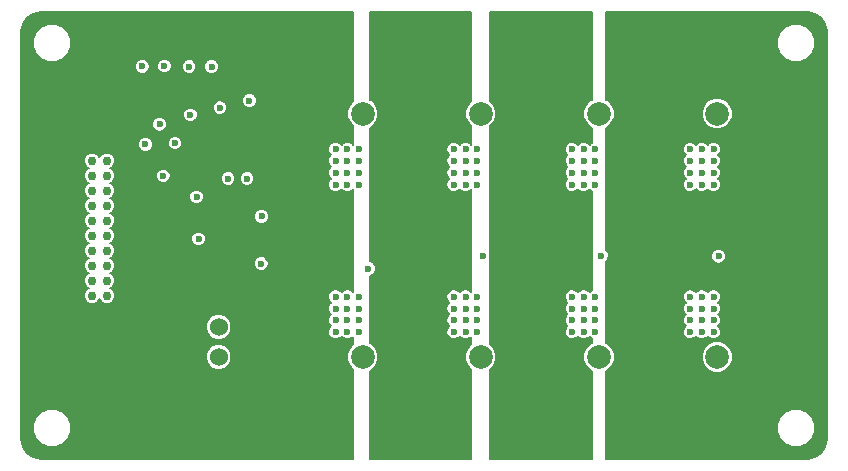
<source format=gbr>
G04 #@! TF.FileFunction,Copper,L4,Bot,Signal*
%FSLAX46Y46*%
G04 Gerber Fmt 4.6, Leading zero omitted, Abs format (unit mm)*
G04 Created by KiCad (PCBNEW 4.0.6-e0-6349~53~ubuntu14.04.1) date Tue Apr 25 14:13:02 2017*
%MOMM*%
%LPD*%
G01*
G04 APERTURE LIST*
%ADD10C,0.100000*%
%ADD11C,2.000000*%
%ADD12C,1.524000*%
%ADD13C,0.750000*%
%ADD14C,0.600000*%
%ADD15C,0.200000*%
G04 APERTURE END LIST*
D10*
D11*
X162300000Y-77000000D03*
X157300000Y-77000000D03*
X127300000Y-77000000D03*
X132300000Y-77000000D03*
X152300000Y-77000000D03*
X147300000Y-77000000D03*
X142300000Y-77000000D03*
X137300000Y-77000000D03*
D12*
X120100000Y-97600000D03*
X120100000Y-100140000D03*
X120100000Y-95060000D03*
D11*
X127300000Y-97600000D03*
X132300000Y-97600000D03*
X162300000Y-97600000D03*
X157300000Y-97600000D03*
X137300000Y-97600000D03*
X142300000Y-97600000D03*
X147300000Y-97600000D03*
X152300000Y-97600000D03*
D13*
X109365000Y-80985000D03*
X110635000Y-80985000D03*
X109365000Y-92415000D03*
X109365000Y-82255000D03*
X110635000Y-82255000D03*
X109365000Y-83525000D03*
X110635000Y-83525000D03*
X109365000Y-84795000D03*
X110635000Y-84795000D03*
X109365000Y-86065000D03*
X110635000Y-86065000D03*
X109365000Y-87335000D03*
X110635000Y-87335000D03*
X109365000Y-88605000D03*
X110635000Y-88605000D03*
X109365000Y-89875000D03*
X110635000Y-89875000D03*
X109365000Y-91145000D03*
X110635000Y-91145000D03*
X110635000Y-92415000D03*
D14*
X160000000Y-92500000D03*
X160000000Y-93500000D03*
X160000000Y-94500000D03*
X160000000Y-95500000D03*
X161000000Y-95500000D03*
X161000000Y-94500000D03*
X161000000Y-93500000D03*
X161000000Y-92500000D03*
X162000000Y-92500000D03*
X162000000Y-93500000D03*
X162000000Y-94500000D03*
X162000000Y-95500000D03*
X150000000Y-92500000D03*
X150000000Y-93500000D03*
X150000000Y-94500000D03*
X150000000Y-95500000D03*
X151000000Y-95500000D03*
X151000000Y-94500000D03*
X151000000Y-93500000D03*
X151000000Y-92500000D03*
X152000000Y-92500000D03*
X152000000Y-93500000D03*
X152000000Y-94500000D03*
X152000000Y-95500000D03*
X140000000Y-92500000D03*
X140000000Y-93500000D03*
X140000000Y-94500000D03*
X140000000Y-95500000D03*
X141000000Y-95500000D03*
X141000000Y-94500000D03*
X141000000Y-93500000D03*
X141000000Y-92500000D03*
X142000000Y-92500000D03*
X142000000Y-93500000D03*
X142000000Y-94500000D03*
X142000000Y-95500000D03*
X130000000Y-92500000D03*
X130000000Y-93500000D03*
X130000000Y-94500000D03*
X130000000Y-95500000D03*
X131000000Y-95500000D03*
X131000000Y-94500000D03*
X131000000Y-93500000D03*
X131000000Y-92500000D03*
X132000000Y-92500000D03*
X132000000Y-93500000D03*
X132000000Y-94500000D03*
X132000000Y-95500000D03*
X119500000Y-73025000D03*
X118400000Y-87600000D03*
X162425000Y-89075000D03*
X117600000Y-73025000D03*
X118225000Y-84050000D03*
X152500000Y-89025000D03*
X115500000Y-72975000D03*
X142475000Y-89075000D03*
X123725000Y-85700000D03*
X113625000Y-73000000D03*
X132775000Y-90125000D03*
X123700000Y-89700000D03*
X122700000Y-75900000D03*
X120200000Y-76500000D03*
X117700000Y-77100000D03*
X115100000Y-77900000D03*
X115400000Y-82275000D03*
X116400000Y-79500000D03*
X122500000Y-82500000D03*
X113900000Y-79600000D03*
X120900000Y-82500000D03*
X162000000Y-83000000D03*
X162000000Y-82000000D03*
X162000000Y-81000000D03*
X162000000Y-80000000D03*
X161000000Y-80000000D03*
X161000000Y-81000000D03*
X161000000Y-82000000D03*
X161000000Y-83000000D03*
X160000000Y-83000000D03*
X160000000Y-82000000D03*
X160000000Y-81000000D03*
X160000000Y-80000000D03*
X130000000Y-80000000D03*
X130000000Y-81000000D03*
X130000000Y-82000000D03*
X130000000Y-83000000D03*
X131000000Y-83000000D03*
X131000000Y-82000000D03*
X131000000Y-81000000D03*
X131000000Y-80000000D03*
X132000000Y-80000000D03*
X132000000Y-81000000D03*
X132000000Y-82000000D03*
X132000000Y-83000000D03*
X152000000Y-83000000D03*
X152000000Y-82000000D03*
X152000000Y-81000000D03*
X152000000Y-80000000D03*
X151000000Y-80000000D03*
X151000000Y-81000000D03*
X151000000Y-82000000D03*
X151000000Y-83000000D03*
X150000000Y-83000000D03*
X150000000Y-82000000D03*
X150000000Y-81000000D03*
X150000000Y-80000000D03*
X142000000Y-83000000D03*
X142000000Y-82000000D03*
X142000000Y-81000000D03*
X142000000Y-80000000D03*
X141000000Y-80000000D03*
X141000000Y-81000000D03*
X141000000Y-82000000D03*
X141000000Y-83000000D03*
X140000000Y-83000000D03*
X140000000Y-82000000D03*
X140000000Y-81000000D03*
X140000000Y-80000000D03*
D15*
G36*
X131500000Y-75933470D02*
X131181611Y-76251304D01*
X130980230Y-76736284D01*
X130979772Y-77261412D01*
X131180306Y-77746743D01*
X131500000Y-78066995D01*
X131500000Y-79623079D01*
X131499892Y-79623187D01*
X131351661Y-79474696D01*
X131123867Y-79380107D01*
X130877215Y-79379892D01*
X130649257Y-79474083D01*
X130499892Y-79623187D01*
X130351661Y-79474696D01*
X130123867Y-79380107D01*
X129877215Y-79379892D01*
X129649257Y-79474083D01*
X129474696Y-79648339D01*
X129380107Y-79876133D01*
X129379892Y-80122785D01*
X129474083Y-80350743D01*
X129623187Y-80500108D01*
X129474696Y-80648339D01*
X129380107Y-80876133D01*
X129379892Y-81122785D01*
X129474083Y-81350743D01*
X129623187Y-81500108D01*
X129474696Y-81648339D01*
X129380107Y-81876133D01*
X129379892Y-82122785D01*
X129474083Y-82350743D01*
X129623187Y-82500108D01*
X129474696Y-82648339D01*
X129380107Y-82876133D01*
X129379892Y-83122785D01*
X129474083Y-83350743D01*
X129648339Y-83525304D01*
X129876133Y-83619893D01*
X130122785Y-83620108D01*
X130350743Y-83525917D01*
X130500108Y-83376813D01*
X130648339Y-83525304D01*
X130876133Y-83619893D01*
X131122785Y-83620108D01*
X131350743Y-83525917D01*
X131500000Y-83376921D01*
X131500000Y-92123079D01*
X131499892Y-92123187D01*
X131351661Y-91974696D01*
X131123867Y-91880107D01*
X130877215Y-91879892D01*
X130649257Y-91974083D01*
X130499892Y-92123187D01*
X130351661Y-91974696D01*
X130123867Y-91880107D01*
X129877215Y-91879892D01*
X129649257Y-91974083D01*
X129474696Y-92148339D01*
X129380107Y-92376133D01*
X129379892Y-92622785D01*
X129474083Y-92850743D01*
X129623187Y-93000108D01*
X129474696Y-93148339D01*
X129380107Y-93376133D01*
X129379892Y-93622785D01*
X129474083Y-93850743D01*
X129623187Y-94000108D01*
X129474696Y-94148339D01*
X129380107Y-94376133D01*
X129379892Y-94622785D01*
X129474083Y-94850743D01*
X129623187Y-95000108D01*
X129474696Y-95148339D01*
X129380107Y-95376133D01*
X129379892Y-95622785D01*
X129474083Y-95850743D01*
X129648339Y-96025304D01*
X129876133Y-96119893D01*
X130122785Y-96120108D01*
X130350743Y-96025917D01*
X130500108Y-95876813D01*
X130648339Y-96025304D01*
X130876133Y-96119893D01*
X131122785Y-96120108D01*
X131350743Y-96025917D01*
X131500000Y-95876921D01*
X131500000Y-96533470D01*
X131181611Y-96851304D01*
X130980230Y-97336284D01*
X130979772Y-97861412D01*
X131180306Y-98346743D01*
X131500000Y-98666995D01*
X131500000Y-106205000D01*
X105038903Y-106205000D01*
X104388755Y-106075677D01*
X103870565Y-105729435D01*
X103524323Y-105211245D01*
X103395000Y-104561096D01*
X103395000Y-103920824D01*
X104379719Y-103920824D01*
X104625830Y-104516458D01*
X105081145Y-104972569D01*
X105676348Y-105219718D01*
X106320824Y-105220281D01*
X106916458Y-104974170D01*
X107372569Y-104518855D01*
X107619718Y-103923652D01*
X107620281Y-103279176D01*
X107374170Y-102683542D01*
X106918855Y-102227431D01*
X106323652Y-101980282D01*
X105679176Y-101979719D01*
X105083542Y-102225830D01*
X104627431Y-102681145D01*
X104380282Y-103276348D01*
X104379719Y-103920824D01*
X103395000Y-103920824D01*
X103395000Y-97814279D01*
X119017812Y-97814279D01*
X119182190Y-98212103D01*
X119486296Y-98516740D01*
X119883833Y-98681812D01*
X120314279Y-98682188D01*
X120712103Y-98517810D01*
X121016740Y-98213704D01*
X121181812Y-97816167D01*
X121182188Y-97385721D01*
X121017810Y-96987897D01*
X120713704Y-96683260D01*
X120316167Y-96518188D01*
X119885721Y-96517812D01*
X119487897Y-96682190D01*
X119183260Y-96986296D01*
X119018188Y-97383833D01*
X119017812Y-97814279D01*
X103395000Y-97814279D01*
X103395000Y-95274279D01*
X119017812Y-95274279D01*
X119182190Y-95672103D01*
X119486296Y-95976740D01*
X119883833Y-96141812D01*
X120314279Y-96142188D01*
X120712103Y-95977810D01*
X121016740Y-95673704D01*
X121181812Y-95276167D01*
X121182188Y-94845721D01*
X121017810Y-94447897D01*
X120713704Y-94143260D01*
X120316167Y-93978188D01*
X119885721Y-93977812D01*
X119487897Y-94142190D01*
X119183260Y-94446296D01*
X119018188Y-94843833D01*
X119017812Y-95274279D01*
X103395000Y-95274279D01*
X103395000Y-81122638D01*
X108669879Y-81122638D01*
X108775464Y-81378172D01*
X108970800Y-81573849D01*
X109081902Y-81619982D01*
X108971828Y-81665464D01*
X108776151Y-81860800D01*
X108670121Y-82116149D01*
X108669879Y-82392638D01*
X108775464Y-82648172D01*
X108970800Y-82843849D01*
X109081902Y-82889982D01*
X108971828Y-82935464D01*
X108776151Y-83130800D01*
X108670121Y-83386149D01*
X108669879Y-83662638D01*
X108775464Y-83918172D01*
X108970800Y-84113849D01*
X109081902Y-84159982D01*
X108971828Y-84205464D01*
X108776151Y-84400800D01*
X108670121Y-84656149D01*
X108669879Y-84932638D01*
X108775464Y-85188172D01*
X108970800Y-85383849D01*
X109081902Y-85429982D01*
X108971828Y-85475464D01*
X108776151Y-85670800D01*
X108670121Y-85926149D01*
X108669879Y-86202638D01*
X108775464Y-86458172D01*
X108970800Y-86653849D01*
X109081902Y-86699982D01*
X108971828Y-86745464D01*
X108776151Y-86940800D01*
X108670121Y-87196149D01*
X108669879Y-87472638D01*
X108775464Y-87728172D01*
X108970800Y-87923849D01*
X109081902Y-87969982D01*
X108971828Y-88015464D01*
X108776151Y-88210800D01*
X108670121Y-88466149D01*
X108669879Y-88742638D01*
X108775464Y-88998172D01*
X108970800Y-89193849D01*
X109081902Y-89239982D01*
X108971828Y-89285464D01*
X108776151Y-89480800D01*
X108670121Y-89736149D01*
X108669879Y-90012638D01*
X108775464Y-90268172D01*
X108970800Y-90463849D01*
X109081902Y-90509982D01*
X108971828Y-90555464D01*
X108776151Y-90750800D01*
X108670121Y-91006149D01*
X108669879Y-91282638D01*
X108775464Y-91538172D01*
X108970800Y-91733849D01*
X109081902Y-91779982D01*
X108971828Y-91825464D01*
X108776151Y-92020800D01*
X108670121Y-92276149D01*
X108669879Y-92552638D01*
X108775464Y-92808172D01*
X108970800Y-93003849D01*
X109226149Y-93109879D01*
X109502638Y-93110121D01*
X109758172Y-93004536D01*
X109953849Y-92809200D01*
X109999982Y-92698098D01*
X110045464Y-92808172D01*
X110240800Y-93003849D01*
X110496149Y-93109879D01*
X110772638Y-93110121D01*
X111028172Y-93004536D01*
X111223849Y-92809200D01*
X111329879Y-92553851D01*
X111330121Y-92277362D01*
X111224536Y-92021828D01*
X111029200Y-91826151D01*
X110918098Y-91780018D01*
X111028172Y-91734536D01*
X111223849Y-91539200D01*
X111329879Y-91283851D01*
X111330121Y-91007362D01*
X111224536Y-90751828D01*
X111029200Y-90556151D01*
X110918098Y-90510018D01*
X111028172Y-90464536D01*
X111223849Y-90269200D01*
X111329879Y-90013851D01*
X111330046Y-89822785D01*
X123079892Y-89822785D01*
X123174083Y-90050743D01*
X123348339Y-90225304D01*
X123576133Y-90319893D01*
X123822785Y-90320108D01*
X124050743Y-90225917D01*
X124225304Y-90051661D01*
X124319893Y-89823867D01*
X124320108Y-89577215D01*
X124225917Y-89349257D01*
X124051661Y-89174696D01*
X123823867Y-89080107D01*
X123577215Y-89079892D01*
X123349257Y-89174083D01*
X123174696Y-89348339D01*
X123080107Y-89576133D01*
X123079892Y-89822785D01*
X111330046Y-89822785D01*
X111330121Y-89737362D01*
X111224536Y-89481828D01*
X111029200Y-89286151D01*
X110918098Y-89240018D01*
X111028172Y-89194536D01*
X111223849Y-88999200D01*
X111329879Y-88743851D01*
X111330121Y-88467362D01*
X111224536Y-88211828D01*
X111029200Y-88016151D01*
X110918098Y-87970018D01*
X111028172Y-87924536D01*
X111223849Y-87729200D01*
X111226512Y-87722785D01*
X117779892Y-87722785D01*
X117874083Y-87950743D01*
X118048339Y-88125304D01*
X118276133Y-88219893D01*
X118522785Y-88220108D01*
X118750743Y-88125917D01*
X118925304Y-87951661D01*
X119019893Y-87723867D01*
X119020108Y-87477215D01*
X118925917Y-87249257D01*
X118751661Y-87074696D01*
X118523867Y-86980107D01*
X118277215Y-86979892D01*
X118049257Y-87074083D01*
X117874696Y-87248339D01*
X117780107Y-87476133D01*
X117779892Y-87722785D01*
X111226512Y-87722785D01*
X111329879Y-87473851D01*
X111330121Y-87197362D01*
X111224536Y-86941828D01*
X111029200Y-86746151D01*
X110918098Y-86700018D01*
X111028172Y-86654536D01*
X111223849Y-86459200D01*
X111329879Y-86203851D01*
X111330121Y-85927362D01*
X111286911Y-85822785D01*
X123104892Y-85822785D01*
X123199083Y-86050743D01*
X123373339Y-86225304D01*
X123601133Y-86319893D01*
X123847785Y-86320108D01*
X124075743Y-86225917D01*
X124250304Y-86051661D01*
X124344893Y-85823867D01*
X124345108Y-85577215D01*
X124250917Y-85349257D01*
X124076661Y-85174696D01*
X123848867Y-85080107D01*
X123602215Y-85079892D01*
X123374257Y-85174083D01*
X123199696Y-85348339D01*
X123105107Y-85576133D01*
X123104892Y-85822785D01*
X111286911Y-85822785D01*
X111224536Y-85671828D01*
X111029200Y-85476151D01*
X110918098Y-85430018D01*
X111028172Y-85384536D01*
X111223849Y-85189200D01*
X111329879Y-84933851D01*
X111330121Y-84657362D01*
X111224536Y-84401828D01*
X111029200Y-84206151D01*
X110948845Y-84172785D01*
X117604892Y-84172785D01*
X117699083Y-84400743D01*
X117873339Y-84575304D01*
X118101133Y-84669893D01*
X118347785Y-84670108D01*
X118575743Y-84575917D01*
X118750304Y-84401661D01*
X118844893Y-84173867D01*
X118845108Y-83927215D01*
X118750917Y-83699257D01*
X118576661Y-83524696D01*
X118348867Y-83430107D01*
X118102215Y-83429892D01*
X117874257Y-83524083D01*
X117699696Y-83698339D01*
X117605107Y-83926133D01*
X117604892Y-84172785D01*
X110948845Y-84172785D01*
X110918098Y-84160018D01*
X111028172Y-84114536D01*
X111223849Y-83919200D01*
X111329879Y-83663851D01*
X111330121Y-83387362D01*
X111224536Y-83131828D01*
X111029200Y-82936151D01*
X110918098Y-82890018D01*
X111028172Y-82844536D01*
X111223849Y-82649200D01*
X111328245Y-82397785D01*
X114779892Y-82397785D01*
X114874083Y-82625743D01*
X115048339Y-82800304D01*
X115276133Y-82894893D01*
X115522785Y-82895108D01*
X115750743Y-82800917D01*
X115925304Y-82626661D01*
X115926913Y-82622785D01*
X120279892Y-82622785D01*
X120374083Y-82850743D01*
X120548339Y-83025304D01*
X120776133Y-83119893D01*
X121022785Y-83120108D01*
X121250743Y-83025917D01*
X121425304Y-82851661D01*
X121519893Y-82623867D01*
X121519893Y-82622785D01*
X121879892Y-82622785D01*
X121974083Y-82850743D01*
X122148339Y-83025304D01*
X122376133Y-83119893D01*
X122622785Y-83120108D01*
X122850743Y-83025917D01*
X123025304Y-82851661D01*
X123119893Y-82623867D01*
X123120108Y-82377215D01*
X123025917Y-82149257D01*
X122851661Y-81974696D01*
X122623867Y-81880107D01*
X122377215Y-81879892D01*
X122149257Y-81974083D01*
X121974696Y-82148339D01*
X121880107Y-82376133D01*
X121879892Y-82622785D01*
X121519893Y-82622785D01*
X121520108Y-82377215D01*
X121425917Y-82149257D01*
X121251661Y-81974696D01*
X121023867Y-81880107D01*
X120777215Y-81879892D01*
X120549257Y-81974083D01*
X120374696Y-82148339D01*
X120280107Y-82376133D01*
X120279892Y-82622785D01*
X115926913Y-82622785D01*
X116019893Y-82398867D01*
X116020108Y-82152215D01*
X115925917Y-81924257D01*
X115751661Y-81749696D01*
X115523867Y-81655107D01*
X115277215Y-81654892D01*
X115049257Y-81749083D01*
X114874696Y-81923339D01*
X114780107Y-82151133D01*
X114779892Y-82397785D01*
X111328245Y-82397785D01*
X111329879Y-82393851D01*
X111330121Y-82117362D01*
X111224536Y-81861828D01*
X111029200Y-81666151D01*
X110918098Y-81620018D01*
X111028172Y-81574536D01*
X111223849Y-81379200D01*
X111329879Y-81123851D01*
X111330121Y-80847362D01*
X111224536Y-80591828D01*
X111029200Y-80396151D01*
X110773851Y-80290121D01*
X110497362Y-80289879D01*
X110241828Y-80395464D01*
X110046151Y-80590800D01*
X110000018Y-80701902D01*
X109954536Y-80591828D01*
X109759200Y-80396151D01*
X109503851Y-80290121D01*
X109227362Y-80289879D01*
X108971828Y-80395464D01*
X108776151Y-80590800D01*
X108670121Y-80846149D01*
X108669879Y-81122638D01*
X103395000Y-81122638D01*
X103395000Y-79722785D01*
X113279892Y-79722785D01*
X113374083Y-79950743D01*
X113548339Y-80125304D01*
X113776133Y-80219893D01*
X114022785Y-80220108D01*
X114250743Y-80125917D01*
X114425304Y-79951661D01*
X114519893Y-79723867D01*
X114519981Y-79622785D01*
X115779892Y-79622785D01*
X115874083Y-79850743D01*
X116048339Y-80025304D01*
X116276133Y-80119893D01*
X116522785Y-80120108D01*
X116750743Y-80025917D01*
X116925304Y-79851661D01*
X117019893Y-79623867D01*
X117020108Y-79377215D01*
X116925917Y-79149257D01*
X116751661Y-78974696D01*
X116523867Y-78880107D01*
X116277215Y-78879892D01*
X116049257Y-78974083D01*
X115874696Y-79148339D01*
X115780107Y-79376133D01*
X115779892Y-79622785D01*
X114519981Y-79622785D01*
X114520108Y-79477215D01*
X114425917Y-79249257D01*
X114251661Y-79074696D01*
X114023867Y-78980107D01*
X113777215Y-78979892D01*
X113549257Y-79074083D01*
X113374696Y-79248339D01*
X113280107Y-79476133D01*
X113279892Y-79722785D01*
X103395000Y-79722785D01*
X103395000Y-78022785D01*
X114479892Y-78022785D01*
X114574083Y-78250743D01*
X114748339Y-78425304D01*
X114976133Y-78519893D01*
X115222785Y-78520108D01*
X115450743Y-78425917D01*
X115625304Y-78251661D01*
X115719893Y-78023867D01*
X115720108Y-77777215D01*
X115625917Y-77549257D01*
X115451661Y-77374696D01*
X115223867Y-77280107D01*
X114977215Y-77279892D01*
X114749257Y-77374083D01*
X114574696Y-77548339D01*
X114480107Y-77776133D01*
X114479892Y-78022785D01*
X103395000Y-78022785D01*
X103395000Y-77222785D01*
X117079892Y-77222785D01*
X117174083Y-77450743D01*
X117348339Y-77625304D01*
X117576133Y-77719893D01*
X117822785Y-77720108D01*
X118050743Y-77625917D01*
X118225304Y-77451661D01*
X118319893Y-77223867D01*
X118320108Y-76977215D01*
X118225917Y-76749257D01*
X118099666Y-76622785D01*
X119579892Y-76622785D01*
X119674083Y-76850743D01*
X119848339Y-77025304D01*
X120076133Y-77119893D01*
X120322785Y-77120108D01*
X120550743Y-77025917D01*
X120725304Y-76851661D01*
X120819893Y-76623867D01*
X120820108Y-76377215D01*
X120725917Y-76149257D01*
X120599666Y-76022785D01*
X122079892Y-76022785D01*
X122174083Y-76250743D01*
X122348339Y-76425304D01*
X122576133Y-76519893D01*
X122822785Y-76520108D01*
X123050743Y-76425917D01*
X123225304Y-76251661D01*
X123319893Y-76023867D01*
X123320108Y-75777215D01*
X123225917Y-75549257D01*
X123051661Y-75374696D01*
X122823867Y-75280107D01*
X122577215Y-75279892D01*
X122349257Y-75374083D01*
X122174696Y-75548339D01*
X122080107Y-75776133D01*
X122079892Y-76022785D01*
X120599666Y-76022785D01*
X120551661Y-75974696D01*
X120323867Y-75880107D01*
X120077215Y-75879892D01*
X119849257Y-75974083D01*
X119674696Y-76148339D01*
X119580107Y-76376133D01*
X119579892Y-76622785D01*
X118099666Y-76622785D01*
X118051661Y-76574696D01*
X117823867Y-76480107D01*
X117577215Y-76479892D01*
X117349257Y-76574083D01*
X117174696Y-76748339D01*
X117080107Y-76976133D01*
X117079892Y-77222785D01*
X103395000Y-77222785D01*
X103395000Y-73122785D01*
X113004892Y-73122785D01*
X113099083Y-73350743D01*
X113273339Y-73525304D01*
X113501133Y-73619893D01*
X113747785Y-73620108D01*
X113975743Y-73525917D01*
X114150304Y-73351661D01*
X114244893Y-73123867D01*
X114244915Y-73097785D01*
X114879892Y-73097785D01*
X114974083Y-73325743D01*
X115148339Y-73500304D01*
X115376133Y-73594893D01*
X115622785Y-73595108D01*
X115850743Y-73500917D01*
X116025304Y-73326661D01*
X116099580Y-73147785D01*
X116979892Y-73147785D01*
X117074083Y-73375743D01*
X117248339Y-73550304D01*
X117476133Y-73644893D01*
X117722785Y-73645108D01*
X117950743Y-73550917D01*
X118125304Y-73376661D01*
X118219893Y-73148867D01*
X118219893Y-73147785D01*
X118879892Y-73147785D01*
X118974083Y-73375743D01*
X119148339Y-73550304D01*
X119376133Y-73644893D01*
X119622785Y-73645108D01*
X119850743Y-73550917D01*
X120025304Y-73376661D01*
X120119893Y-73148867D01*
X120120108Y-72902215D01*
X120025917Y-72674257D01*
X119851661Y-72499696D01*
X119623867Y-72405107D01*
X119377215Y-72404892D01*
X119149257Y-72499083D01*
X118974696Y-72673339D01*
X118880107Y-72901133D01*
X118879892Y-73147785D01*
X118219893Y-73147785D01*
X118220108Y-72902215D01*
X118125917Y-72674257D01*
X117951661Y-72499696D01*
X117723867Y-72405107D01*
X117477215Y-72404892D01*
X117249257Y-72499083D01*
X117074696Y-72673339D01*
X116980107Y-72901133D01*
X116979892Y-73147785D01*
X116099580Y-73147785D01*
X116119893Y-73098867D01*
X116120108Y-72852215D01*
X116025917Y-72624257D01*
X115851661Y-72449696D01*
X115623867Y-72355107D01*
X115377215Y-72354892D01*
X115149257Y-72449083D01*
X114974696Y-72623339D01*
X114880107Y-72851133D01*
X114879892Y-73097785D01*
X114244915Y-73097785D01*
X114245108Y-72877215D01*
X114150917Y-72649257D01*
X113976661Y-72474696D01*
X113748867Y-72380107D01*
X113502215Y-72379892D01*
X113274257Y-72474083D01*
X113099696Y-72648339D01*
X113005107Y-72876133D01*
X113004892Y-73122785D01*
X103395000Y-73122785D01*
X103395000Y-71320824D01*
X104379719Y-71320824D01*
X104625830Y-71916458D01*
X105081145Y-72372569D01*
X105676348Y-72619718D01*
X106320824Y-72620281D01*
X106916458Y-72374170D01*
X107372569Y-71918855D01*
X107619718Y-71323652D01*
X107620281Y-70679176D01*
X107374170Y-70083542D01*
X106918855Y-69627431D01*
X106323652Y-69380282D01*
X105679176Y-69379719D01*
X105083542Y-69625830D01*
X104627431Y-70081145D01*
X104380282Y-70676348D01*
X104379719Y-71320824D01*
X103395000Y-71320824D01*
X103395000Y-70038904D01*
X103524323Y-69388755D01*
X103870565Y-68870565D01*
X104388755Y-68524323D01*
X105038903Y-68395000D01*
X131500000Y-68395000D01*
X131500000Y-75933470D01*
X131500000Y-75933470D01*
G37*
X131500000Y-75933470D02*
X131181611Y-76251304D01*
X130980230Y-76736284D01*
X130979772Y-77261412D01*
X131180306Y-77746743D01*
X131500000Y-78066995D01*
X131500000Y-79623079D01*
X131499892Y-79623187D01*
X131351661Y-79474696D01*
X131123867Y-79380107D01*
X130877215Y-79379892D01*
X130649257Y-79474083D01*
X130499892Y-79623187D01*
X130351661Y-79474696D01*
X130123867Y-79380107D01*
X129877215Y-79379892D01*
X129649257Y-79474083D01*
X129474696Y-79648339D01*
X129380107Y-79876133D01*
X129379892Y-80122785D01*
X129474083Y-80350743D01*
X129623187Y-80500108D01*
X129474696Y-80648339D01*
X129380107Y-80876133D01*
X129379892Y-81122785D01*
X129474083Y-81350743D01*
X129623187Y-81500108D01*
X129474696Y-81648339D01*
X129380107Y-81876133D01*
X129379892Y-82122785D01*
X129474083Y-82350743D01*
X129623187Y-82500108D01*
X129474696Y-82648339D01*
X129380107Y-82876133D01*
X129379892Y-83122785D01*
X129474083Y-83350743D01*
X129648339Y-83525304D01*
X129876133Y-83619893D01*
X130122785Y-83620108D01*
X130350743Y-83525917D01*
X130500108Y-83376813D01*
X130648339Y-83525304D01*
X130876133Y-83619893D01*
X131122785Y-83620108D01*
X131350743Y-83525917D01*
X131500000Y-83376921D01*
X131500000Y-92123079D01*
X131499892Y-92123187D01*
X131351661Y-91974696D01*
X131123867Y-91880107D01*
X130877215Y-91879892D01*
X130649257Y-91974083D01*
X130499892Y-92123187D01*
X130351661Y-91974696D01*
X130123867Y-91880107D01*
X129877215Y-91879892D01*
X129649257Y-91974083D01*
X129474696Y-92148339D01*
X129380107Y-92376133D01*
X129379892Y-92622785D01*
X129474083Y-92850743D01*
X129623187Y-93000108D01*
X129474696Y-93148339D01*
X129380107Y-93376133D01*
X129379892Y-93622785D01*
X129474083Y-93850743D01*
X129623187Y-94000108D01*
X129474696Y-94148339D01*
X129380107Y-94376133D01*
X129379892Y-94622785D01*
X129474083Y-94850743D01*
X129623187Y-95000108D01*
X129474696Y-95148339D01*
X129380107Y-95376133D01*
X129379892Y-95622785D01*
X129474083Y-95850743D01*
X129648339Y-96025304D01*
X129876133Y-96119893D01*
X130122785Y-96120108D01*
X130350743Y-96025917D01*
X130500108Y-95876813D01*
X130648339Y-96025304D01*
X130876133Y-96119893D01*
X131122785Y-96120108D01*
X131350743Y-96025917D01*
X131500000Y-95876921D01*
X131500000Y-96533470D01*
X131181611Y-96851304D01*
X130980230Y-97336284D01*
X130979772Y-97861412D01*
X131180306Y-98346743D01*
X131500000Y-98666995D01*
X131500000Y-106205000D01*
X105038903Y-106205000D01*
X104388755Y-106075677D01*
X103870565Y-105729435D01*
X103524323Y-105211245D01*
X103395000Y-104561096D01*
X103395000Y-103920824D01*
X104379719Y-103920824D01*
X104625830Y-104516458D01*
X105081145Y-104972569D01*
X105676348Y-105219718D01*
X106320824Y-105220281D01*
X106916458Y-104974170D01*
X107372569Y-104518855D01*
X107619718Y-103923652D01*
X107620281Y-103279176D01*
X107374170Y-102683542D01*
X106918855Y-102227431D01*
X106323652Y-101980282D01*
X105679176Y-101979719D01*
X105083542Y-102225830D01*
X104627431Y-102681145D01*
X104380282Y-103276348D01*
X104379719Y-103920824D01*
X103395000Y-103920824D01*
X103395000Y-97814279D01*
X119017812Y-97814279D01*
X119182190Y-98212103D01*
X119486296Y-98516740D01*
X119883833Y-98681812D01*
X120314279Y-98682188D01*
X120712103Y-98517810D01*
X121016740Y-98213704D01*
X121181812Y-97816167D01*
X121182188Y-97385721D01*
X121017810Y-96987897D01*
X120713704Y-96683260D01*
X120316167Y-96518188D01*
X119885721Y-96517812D01*
X119487897Y-96682190D01*
X119183260Y-96986296D01*
X119018188Y-97383833D01*
X119017812Y-97814279D01*
X103395000Y-97814279D01*
X103395000Y-95274279D01*
X119017812Y-95274279D01*
X119182190Y-95672103D01*
X119486296Y-95976740D01*
X119883833Y-96141812D01*
X120314279Y-96142188D01*
X120712103Y-95977810D01*
X121016740Y-95673704D01*
X121181812Y-95276167D01*
X121182188Y-94845721D01*
X121017810Y-94447897D01*
X120713704Y-94143260D01*
X120316167Y-93978188D01*
X119885721Y-93977812D01*
X119487897Y-94142190D01*
X119183260Y-94446296D01*
X119018188Y-94843833D01*
X119017812Y-95274279D01*
X103395000Y-95274279D01*
X103395000Y-81122638D01*
X108669879Y-81122638D01*
X108775464Y-81378172D01*
X108970800Y-81573849D01*
X109081902Y-81619982D01*
X108971828Y-81665464D01*
X108776151Y-81860800D01*
X108670121Y-82116149D01*
X108669879Y-82392638D01*
X108775464Y-82648172D01*
X108970800Y-82843849D01*
X109081902Y-82889982D01*
X108971828Y-82935464D01*
X108776151Y-83130800D01*
X108670121Y-83386149D01*
X108669879Y-83662638D01*
X108775464Y-83918172D01*
X108970800Y-84113849D01*
X109081902Y-84159982D01*
X108971828Y-84205464D01*
X108776151Y-84400800D01*
X108670121Y-84656149D01*
X108669879Y-84932638D01*
X108775464Y-85188172D01*
X108970800Y-85383849D01*
X109081902Y-85429982D01*
X108971828Y-85475464D01*
X108776151Y-85670800D01*
X108670121Y-85926149D01*
X108669879Y-86202638D01*
X108775464Y-86458172D01*
X108970800Y-86653849D01*
X109081902Y-86699982D01*
X108971828Y-86745464D01*
X108776151Y-86940800D01*
X108670121Y-87196149D01*
X108669879Y-87472638D01*
X108775464Y-87728172D01*
X108970800Y-87923849D01*
X109081902Y-87969982D01*
X108971828Y-88015464D01*
X108776151Y-88210800D01*
X108670121Y-88466149D01*
X108669879Y-88742638D01*
X108775464Y-88998172D01*
X108970800Y-89193849D01*
X109081902Y-89239982D01*
X108971828Y-89285464D01*
X108776151Y-89480800D01*
X108670121Y-89736149D01*
X108669879Y-90012638D01*
X108775464Y-90268172D01*
X108970800Y-90463849D01*
X109081902Y-90509982D01*
X108971828Y-90555464D01*
X108776151Y-90750800D01*
X108670121Y-91006149D01*
X108669879Y-91282638D01*
X108775464Y-91538172D01*
X108970800Y-91733849D01*
X109081902Y-91779982D01*
X108971828Y-91825464D01*
X108776151Y-92020800D01*
X108670121Y-92276149D01*
X108669879Y-92552638D01*
X108775464Y-92808172D01*
X108970800Y-93003849D01*
X109226149Y-93109879D01*
X109502638Y-93110121D01*
X109758172Y-93004536D01*
X109953849Y-92809200D01*
X109999982Y-92698098D01*
X110045464Y-92808172D01*
X110240800Y-93003849D01*
X110496149Y-93109879D01*
X110772638Y-93110121D01*
X111028172Y-93004536D01*
X111223849Y-92809200D01*
X111329879Y-92553851D01*
X111330121Y-92277362D01*
X111224536Y-92021828D01*
X111029200Y-91826151D01*
X110918098Y-91780018D01*
X111028172Y-91734536D01*
X111223849Y-91539200D01*
X111329879Y-91283851D01*
X111330121Y-91007362D01*
X111224536Y-90751828D01*
X111029200Y-90556151D01*
X110918098Y-90510018D01*
X111028172Y-90464536D01*
X111223849Y-90269200D01*
X111329879Y-90013851D01*
X111330046Y-89822785D01*
X123079892Y-89822785D01*
X123174083Y-90050743D01*
X123348339Y-90225304D01*
X123576133Y-90319893D01*
X123822785Y-90320108D01*
X124050743Y-90225917D01*
X124225304Y-90051661D01*
X124319893Y-89823867D01*
X124320108Y-89577215D01*
X124225917Y-89349257D01*
X124051661Y-89174696D01*
X123823867Y-89080107D01*
X123577215Y-89079892D01*
X123349257Y-89174083D01*
X123174696Y-89348339D01*
X123080107Y-89576133D01*
X123079892Y-89822785D01*
X111330046Y-89822785D01*
X111330121Y-89737362D01*
X111224536Y-89481828D01*
X111029200Y-89286151D01*
X110918098Y-89240018D01*
X111028172Y-89194536D01*
X111223849Y-88999200D01*
X111329879Y-88743851D01*
X111330121Y-88467362D01*
X111224536Y-88211828D01*
X111029200Y-88016151D01*
X110918098Y-87970018D01*
X111028172Y-87924536D01*
X111223849Y-87729200D01*
X111226512Y-87722785D01*
X117779892Y-87722785D01*
X117874083Y-87950743D01*
X118048339Y-88125304D01*
X118276133Y-88219893D01*
X118522785Y-88220108D01*
X118750743Y-88125917D01*
X118925304Y-87951661D01*
X119019893Y-87723867D01*
X119020108Y-87477215D01*
X118925917Y-87249257D01*
X118751661Y-87074696D01*
X118523867Y-86980107D01*
X118277215Y-86979892D01*
X118049257Y-87074083D01*
X117874696Y-87248339D01*
X117780107Y-87476133D01*
X117779892Y-87722785D01*
X111226512Y-87722785D01*
X111329879Y-87473851D01*
X111330121Y-87197362D01*
X111224536Y-86941828D01*
X111029200Y-86746151D01*
X110918098Y-86700018D01*
X111028172Y-86654536D01*
X111223849Y-86459200D01*
X111329879Y-86203851D01*
X111330121Y-85927362D01*
X111286911Y-85822785D01*
X123104892Y-85822785D01*
X123199083Y-86050743D01*
X123373339Y-86225304D01*
X123601133Y-86319893D01*
X123847785Y-86320108D01*
X124075743Y-86225917D01*
X124250304Y-86051661D01*
X124344893Y-85823867D01*
X124345108Y-85577215D01*
X124250917Y-85349257D01*
X124076661Y-85174696D01*
X123848867Y-85080107D01*
X123602215Y-85079892D01*
X123374257Y-85174083D01*
X123199696Y-85348339D01*
X123105107Y-85576133D01*
X123104892Y-85822785D01*
X111286911Y-85822785D01*
X111224536Y-85671828D01*
X111029200Y-85476151D01*
X110918098Y-85430018D01*
X111028172Y-85384536D01*
X111223849Y-85189200D01*
X111329879Y-84933851D01*
X111330121Y-84657362D01*
X111224536Y-84401828D01*
X111029200Y-84206151D01*
X110948845Y-84172785D01*
X117604892Y-84172785D01*
X117699083Y-84400743D01*
X117873339Y-84575304D01*
X118101133Y-84669893D01*
X118347785Y-84670108D01*
X118575743Y-84575917D01*
X118750304Y-84401661D01*
X118844893Y-84173867D01*
X118845108Y-83927215D01*
X118750917Y-83699257D01*
X118576661Y-83524696D01*
X118348867Y-83430107D01*
X118102215Y-83429892D01*
X117874257Y-83524083D01*
X117699696Y-83698339D01*
X117605107Y-83926133D01*
X117604892Y-84172785D01*
X110948845Y-84172785D01*
X110918098Y-84160018D01*
X111028172Y-84114536D01*
X111223849Y-83919200D01*
X111329879Y-83663851D01*
X111330121Y-83387362D01*
X111224536Y-83131828D01*
X111029200Y-82936151D01*
X110918098Y-82890018D01*
X111028172Y-82844536D01*
X111223849Y-82649200D01*
X111328245Y-82397785D01*
X114779892Y-82397785D01*
X114874083Y-82625743D01*
X115048339Y-82800304D01*
X115276133Y-82894893D01*
X115522785Y-82895108D01*
X115750743Y-82800917D01*
X115925304Y-82626661D01*
X115926913Y-82622785D01*
X120279892Y-82622785D01*
X120374083Y-82850743D01*
X120548339Y-83025304D01*
X120776133Y-83119893D01*
X121022785Y-83120108D01*
X121250743Y-83025917D01*
X121425304Y-82851661D01*
X121519893Y-82623867D01*
X121519893Y-82622785D01*
X121879892Y-82622785D01*
X121974083Y-82850743D01*
X122148339Y-83025304D01*
X122376133Y-83119893D01*
X122622785Y-83120108D01*
X122850743Y-83025917D01*
X123025304Y-82851661D01*
X123119893Y-82623867D01*
X123120108Y-82377215D01*
X123025917Y-82149257D01*
X122851661Y-81974696D01*
X122623867Y-81880107D01*
X122377215Y-81879892D01*
X122149257Y-81974083D01*
X121974696Y-82148339D01*
X121880107Y-82376133D01*
X121879892Y-82622785D01*
X121519893Y-82622785D01*
X121520108Y-82377215D01*
X121425917Y-82149257D01*
X121251661Y-81974696D01*
X121023867Y-81880107D01*
X120777215Y-81879892D01*
X120549257Y-81974083D01*
X120374696Y-82148339D01*
X120280107Y-82376133D01*
X120279892Y-82622785D01*
X115926913Y-82622785D01*
X116019893Y-82398867D01*
X116020108Y-82152215D01*
X115925917Y-81924257D01*
X115751661Y-81749696D01*
X115523867Y-81655107D01*
X115277215Y-81654892D01*
X115049257Y-81749083D01*
X114874696Y-81923339D01*
X114780107Y-82151133D01*
X114779892Y-82397785D01*
X111328245Y-82397785D01*
X111329879Y-82393851D01*
X111330121Y-82117362D01*
X111224536Y-81861828D01*
X111029200Y-81666151D01*
X110918098Y-81620018D01*
X111028172Y-81574536D01*
X111223849Y-81379200D01*
X111329879Y-81123851D01*
X111330121Y-80847362D01*
X111224536Y-80591828D01*
X111029200Y-80396151D01*
X110773851Y-80290121D01*
X110497362Y-80289879D01*
X110241828Y-80395464D01*
X110046151Y-80590800D01*
X110000018Y-80701902D01*
X109954536Y-80591828D01*
X109759200Y-80396151D01*
X109503851Y-80290121D01*
X109227362Y-80289879D01*
X108971828Y-80395464D01*
X108776151Y-80590800D01*
X108670121Y-80846149D01*
X108669879Y-81122638D01*
X103395000Y-81122638D01*
X103395000Y-79722785D01*
X113279892Y-79722785D01*
X113374083Y-79950743D01*
X113548339Y-80125304D01*
X113776133Y-80219893D01*
X114022785Y-80220108D01*
X114250743Y-80125917D01*
X114425304Y-79951661D01*
X114519893Y-79723867D01*
X114519981Y-79622785D01*
X115779892Y-79622785D01*
X115874083Y-79850743D01*
X116048339Y-80025304D01*
X116276133Y-80119893D01*
X116522785Y-80120108D01*
X116750743Y-80025917D01*
X116925304Y-79851661D01*
X117019893Y-79623867D01*
X117020108Y-79377215D01*
X116925917Y-79149257D01*
X116751661Y-78974696D01*
X116523867Y-78880107D01*
X116277215Y-78879892D01*
X116049257Y-78974083D01*
X115874696Y-79148339D01*
X115780107Y-79376133D01*
X115779892Y-79622785D01*
X114519981Y-79622785D01*
X114520108Y-79477215D01*
X114425917Y-79249257D01*
X114251661Y-79074696D01*
X114023867Y-78980107D01*
X113777215Y-78979892D01*
X113549257Y-79074083D01*
X113374696Y-79248339D01*
X113280107Y-79476133D01*
X113279892Y-79722785D01*
X103395000Y-79722785D01*
X103395000Y-78022785D01*
X114479892Y-78022785D01*
X114574083Y-78250743D01*
X114748339Y-78425304D01*
X114976133Y-78519893D01*
X115222785Y-78520108D01*
X115450743Y-78425917D01*
X115625304Y-78251661D01*
X115719893Y-78023867D01*
X115720108Y-77777215D01*
X115625917Y-77549257D01*
X115451661Y-77374696D01*
X115223867Y-77280107D01*
X114977215Y-77279892D01*
X114749257Y-77374083D01*
X114574696Y-77548339D01*
X114480107Y-77776133D01*
X114479892Y-78022785D01*
X103395000Y-78022785D01*
X103395000Y-77222785D01*
X117079892Y-77222785D01*
X117174083Y-77450743D01*
X117348339Y-77625304D01*
X117576133Y-77719893D01*
X117822785Y-77720108D01*
X118050743Y-77625917D01*
X118225304Y-77451661D01*
X118319893Y-77223867D01*
X118320108Y-76977215D01*
X118225917Y-76749257D01*
X118099666Y-76622785D01*
X119579892Y-76622785D01*
X119674083Y-76850743D01*
X119848339Y-77025304D01*
X120076133Y-77119893D01*
X120322785Y-77120108D01*
X120550743Y-77025917D01*
X120725304Y-76851661D01*
X120819893Y-76623867D01*
X120820108Y-76377215D01*
X120725917Y-76149257D01*
X120599666Y-76022785D01*
X122079892Y-76022785D01*
X122174083Y-76250743D01*
X122348339Y-76425304D01*
X122576133Y-76519893D01*
X122822785Y-76520108D01*
X123050743Y-76425917D01*
X123225304Y-76251661D01*
X123319893Y-76023867D01*
X123320108Y-75777215D01*
X123225917Y-75549257D01*
X123051661Y-75374696D01*
X122823867Y-75280107D01*
X122577215Y-75279892D01*
X122349257Y-75374083D01*
X122174696Y-75548339D01*
X122080107Y-75776133D01*
X122079892Y-76022785D01*
X120599666Y-76022785D01*
X120551661Y-75974696D01*
X120323867Y-75880107D01*
X120077215Y-75879892D01*
X119849257Y-75974083D01*
X119674696Y-76148339D01*
X119580107Y-76376133D01*
X119579892Y-76622785D01*
X118099666Y-76622785D01*
X118051661Y-76574696D01*
X117823867Y-76480107D01*
X117577215Y-76479892D01*
X117349257Y-76574083D01*
X117174696Y-76748339D01*
X117080107Y-76976133D01*
X117079892Y-77222785D01*
X103395000Y-77222785D01*
X103395000Y-73122785D01*
X113004892Y-73122785D01*
X113099083Y-73350743D01*
X113273339Y-73525304D01*
X113501133Y-73619893D01*
X113747785Y-73620108D01*
X113975743Y-73525917D01*
X114150304Y-73351661D01*
X114244893Y-73123867D01*
X114244915Y-73097785D01*
X114879892Y-73097785D01*
X114974083Y-73325743D01*
X115148339Y-73500304D01*
X115376133Y-73594893D01*
X115622785Y-73595108D01*
X115850743Y-73500917D01*
X116025304Y-73326661D01*
X116099580Y-73147785D01*
X116979892Y-73147785D01*
X117074083Y-73375743D01*
X117248339Y-73550304D01*
X117476133Y-73644893D01*
X117722785Y-73645108D01*
X117950743Y-73550917D01*
X118125304Y-73376661D01*
X118219893Y-73148867D01*
X118219893Y-73147785D01*
X118879892Y-73147785D01*
X118974083Y-73375743D01*
X119148339Y-73550304D01*
X119376133Y-73644893D01*
X119622785Y-73645108D01*
X119850743Y-73550917D01*
X120025304Y-73376661D01*
X120119893Y-73148867D01*
X120120108Y-72902215D01*
X120025917Y-72674257D01*
X119851661Y-72499696D01*
X119623867Y-72405107D01*
X119377215Y-72404892D01*
X119149257Y-72499083D01*
X118974696Y-72673339D01*
X118880107Y-72901133D01*
X118879892Y-73147785D01*
X118219893Y-73147785D01*
X118220108Y-72902215D01*
X118125917Y-72674257D01*
X117951661Y-72499696D01*
X117723867Y-72405107D01*
X117477215Y-72404892D01*
X117249257Y-72499083D01*
X117074696Y-72673339D01*
X116980107Y-72901133D01*
X116979892Y-73147785D01*
X116099580Y-73147785D01*
X116119893Y-73098867D01*
X116120108Y-72852215D01*
X116025917Y-72624257D01*
X115851661Y-72449696D01*
X115623867Y-72355107D01*
X115377215Y-72354892D01*
X115149257Y-72449083D01*
X114974696Y-72623339D01*
X114880107Y-72851133D01*
X114879892Y-73097785D01*
X114244915Y-73097785D01*
X114245108Y-72877215D01*
X114150917Y-72649257D01*
X113976661Y-72474696D01*
X113748867Y-72380107D01*
X113502215Y-72379892D01*
X113274257Y-72474083D01*
X113099696Y-72648339D01*
X113005107Y-72876133D01*
X113004892Y-73122785D01*
X103395000Y-73122785D01*
X103395000Y-71320824D01*
X104379719Y-71320824D01*
X104625830Y-71916458D01*
X105081145Y-72372569D01*
X105676348Y-72619718D01*
X106320824Y-72620281D01*
X106916458Y-72374170D01*
X107372569Y-71918855D01*
X107619718Y-71323652D01*
X107620281Y-70679176D01*
X107374170Y-70083542D01*
X106918855Y-69627431D01*
X106323652Y-69380282D01*
X105679176Y-69379719D01*
X105083542Y-69625830D01*
X104627431Y-70081145D01*
X104380282Y-70676348D01*
X104379719Y-71320824D01*
X103395000Y-71320824D01*
X103395000Y-70038904D01*
X103524323Y-69388755D01*
X103870565Y-68870565D01*
X104388755Y-68524323D01*
X105038903Y-68395000D01*
X131500000Y-68395000D01*
X131500000Y-75933470D01*
G36*
X141500000Y-75933470D02*
X141181611Y-76251304D01*
X140980230Y-76736284D01*
X140979772Y-77261412D01*
X141180306Y-77746743D01*
X141500000Y-78066995D01*
X141500000Y-79623079D01*
X141499892Y-79623187D01*
X141351661Y-79474696D01*
X141123867Y-79380107D01*
X140877215Y-79379892D01*
X140649257Y-79474083D01*
X140499892Y-79623187D01*
X140351661Y-79474696D01*
X140123867Y-79380107D01*
X139877215Y-79379892D01*
X139649257Y-79474083D01*
X139474696Y-79648339D01*
X139380107Y-79876133D01*
X139379892Y-80122785D01*
X139474083Y-80350743D01*
X139623187Y-80500108D01*
X139474696Y-80648339D01*
X139380107Y-80876133D01*
X139379892Y-81122785D01*
X139474083Y-81350743D01*
X139623187Y-81500108D01*
X139474696Y-81648339D01*
X139380107Y-81876133D01*
X139379892Y-82122785D01*
X139474083Y-82350743D01*
X139623187Y-82500108D01*
X139474696Y-82648339D01*
X139380107Y-82876133D01*
X139379892Y-83122785D01*
X139474083Y-83350743D01*
X139648339Y-83525304D01*
X139876133Y-83619893D01*
X140122785Y-83620108D01*
X140350743Y-83525917D01*
X140500108Y-83376813D01*
X140648339Y-83525304D01*
X140876133Y-83619893D01*
X141122785Y-83620108D01*
X141350743Y-83525917D01*
X141500000Y-83376921D01*
X141500000Y-92123079D01*
X141499892Y-92123187D01*
X141351661Y-91974696D01*
X141123867Y-91880107D01*
X140877215Y-91879892D01*
X140649257Y-91974083D01*
X140499892Y-92123187D01*
X140351661Y-91974696D01*
X140123867Y-91880107D01*
X139877215Y-91879892D01*
X139649257Y-91974083D01*
X139474696Y-92148339D01*
X139380107Y-92376133D01*
X139379892Y-92622785D01*
X139474083Y-92850743D01*
X139623187Y-93000108D01*
X139474696Y-93148339D01*
X139380107Y-93376133D01*
X139379892Y-93622785D01*
X139474083Y-93850743D01*
X139623187Y-94000108D01*
X139474696Y-94148339D01*
X139380107Y-94376133D01*
X139379892Y-94622785D01*
X139474083Y-94850743D01*
X139623187Y-95000108D01*
X139474696Y-95148339D01*
X139380107Y-95376133D01*
X139379892Y-95622785D01*
X139474083Y-95850743D01*
X139648339Y-96025304D01*
X139876133Y-96119893D01*
X140122785Y-96120108D01*
X140350743Y-96025917D01*
X140500108Y-95876813D01*
X140648339Y-96025304D01*
X140876133Y-96119893D01*
X141122785Y-96120108D01*
X141350743Y-96025917D01*
X141500000Y-95876921D01*
X141500000Y-96533470D01*
X141181611Y-96851304D01*
X140980230Y-97336284D01*
X140979772Y-97861412D01*
X141180306Y-98346743D01*
X141500000Y-98666995D01*
X141500000Y-106205000D01*
X132900000Y-106205000D01*
X132900000Y-98780327D01*
X133046743Y-98719694D01*
X133418389Y-98348696D01*
X133619770Y-97863716D01*
X133620228Y-97338588D01*
X133419694Y-96853257D01*
X133048696Y-96481611D01*
X132900000Y-96419867D01*
X132900000Y-90744193D01*
X133125743Y-90650917D01*
X133300304Y-90476661D01*
X133394893Y-90248867D01*
X133395108Y-90002215D01*
X133300917Y-89774257D01*
X133126661Y-89599696D01*
X132900000Y-89505577D01*
X132900000Y-78180327D01*
X133046743Y-78119694D01*
X133418389Y-77748696D01*
X133619770Y-77263716D01*
X133620228Y-76738588D01*
X133419694Y-76253257D01*
X133048696Y-75881611D01*
X132900000Y-75819867D01*
X132900000Y-68395000D01*
X141500000Y-68395000D01*
X141500000Y-75933470D01*
X141500000Y-75933470D01*
G37*
X141500000Y-75933470D02*
X141181611Y-76251304D01*
X140980230Y-76736284D01*
X140979772Y-77261412D01*
X141180306Y-77746743D01*
X141500000Y-78066995D01*
X141500000Y-79623079D01*
X141499892Y-79623187D01*
X141351661Y-79474696D01*
X141123867Y-79380107D01*
X140877215Y-79379892D01*
X140649257Y-79474083D01*
X140499892Y-79623187D01*
X140351661Y-79474696D01*
X140123867Y-79380107D01*
X139877215Y-79379892D01*
X139649257Y-79474083D01*
X139474696Y-79648339D01*
X139380107Y-79876133D01*
X139379892Y-80122785D01*
X139474083Y-80350743D01*
X139623187Y-80500108D01*
X139474696Y-80648339D01*
X139380107Y-80876133D01*
X139379892Y-81122785D01*
X139474083Y-81350743D01*
X139623187Y-81500108D01*
X139474696Y-81648339D01*
X139380107Y-81876133D01*
X139379892Y-82122785D01*
X139474083Y-82350743D01*
X139623187Y-82500108D01*
X139474696Y-82648339D01*
X139380107Y-82876133D01*
X139379892Y-83122785D01*
X139474083Y-83350743D01*
X139648339Y-83525304D01*
X139876133Y-83619893D01*
X140122785Y-83620108D01*
X140350743Y-83525917D01*
X140500108Y-83376813D01*
X140648339Y-83525304D01*
X140876133Y-83619893D01*
X141122785Y-83620108D01*
X141350743Y-83525917D01*
X141500000Y-83376921D01*
X141500000Y-92123079D01*
X141499892Y-92123187D01*
X141351661Y-91974696D01*
X141123867Y-91880107D01*
X140877215Y-91879892D01*
X140649257Y-91974083D01*
X140499892Y-92123187D01*
X140351661Y-91974696D01*
X140123867Y-91880107D01*
X139877215Y-91879892D01*
X139649257Y-91974083D01*
X139474696Y-92148339D01*
X139380107Y-92376133D01*
X139379892Y-92622785D01*
X139474083Y-92850743D01*
X139623187Y-93000108D01*
X139474696Y-93148339D01*
X139380107Y-93376133D01*
X139379892Y-93622785D01*
X139474083Y-93850743D01*
X139623187Y-94000108D01*
X139474696Y-94148339D01*
X139380107Y-94376133D01*
X139379892Y-94622785D01*
X139474083Y-94850743D01*
X139623187Y-95000108D01*
X139474696Y-95148339D01*
X139380107Y-95376133D01*
X139379892Y-95622785D01*
X139474083Y-95850743D01*
X139648339Y-96025304D01*
X139876133Y-96119893D01*
X140122785Y-96120108D01*
X140350743Y-96025917D01*
X140500108Y-95876813D01*
X140648339Y-96025304D01*
X140876133Y-96119893D01*
X141122785Y-96120108D01*
X141350743Y-96025917D01*
X141500000Y-95876921D01*
X141500000Y-96533470D01*
X141181611Y-96851304D01*
X140980230Y-97336284D01*
X140979772Y-97861412D01*
X141180306Y-98346743D01*
X141500000Y-98666995D01*
X141500000Y-106205000D01*
X132900000Y-106205000D01*
X132900000Y-98780327D01*
X133046743Y-98719694D01*
X133418389Y-98348696D01*
X133619770Y-97863716D01*
X133620228Y-97338588D01*
X133419694Y-96853257D01*
X133048696Y-96481611D01*
X132900000Y-96419867D01*
X132900000Y-90744193D01*
X133125743Y-90650917D01*
X133300304Y-90476661D01*
X133394893Y-90248867D01*
X133395108Y-90002215D01*
X133300917Y-89774257D01*
X133126661Y-89599696D01*
X132900000Y-89505577D01*
X132900000Y-78180327D01*
X133046743Y-78119694D01*
X133418389Y-77748696D01*
X133619770Y-77263716D01*
X133620228Y-76738588D01*
X133419694Y-76253257D01*
X133048696Y-75881611D01*
X132900000Y-75819867D01*
X132900000Y-68395000D01*
X141500000Y-68395000D01*
X141500000Y-75933470D01*
G36*
X151700000Y-75819673D02*
X151553257Y-75880306D01*
X151181611Y-76251304D01*
X150980230Y-76736284D01*
X150979772Y-77261412D01*
X151180306Y-77746743D01*
X151551304Y-78118389D01*
X151700000Y-78180133D01*
X151700000Y-79453116D01*
X151649257Y-79474083D01*
X151499892Y-79623187D01*
X151351661Y-79474696D01*
X151123867Y-79380107D01*
X150877215Y-79379892D01*
X150649257Y-79474083D01*
X150499892Y-79623187D01*
X150351661Y-79474696D01*
X150123867Y-79380107D01*
X149877215Y-79379892D01*
X149649257Y-79474083D01*
X149474696Y-79648339D01*
X149380107Y-79876133D01*
X149379892Y-80122785D01*
X149474083Y-80350743D01*
X149623187Y-80500108D01*
X149474696Y-80648339D01*
X149380107Y-80876133D01*
X149379892Y-81122785D01*
X149474083Y-81350743D01*
X149623187Y-81500108D01*
X149474696Y-81648339D01*
X149380107Y-81876133D01*
X149379892Y-82122785D01*
X149474083Y-82350743D01*
X149623187Y-82500108D01*
X149474696Y-82648339D01*
X149380107Y-82876133D01*
X149379892Y-83122785D01*
X149474083Y-83350743D01*
X149648339Y-83525304D01*
X149876133Y-83619893D01*
X150122785Y-83620108D01*
X150350743Y-83525917D01*
X150500108Y-83376813D01*
X150648339Y-83525304D01*
X150876133Y-83619893D01*
X151122785Y-83620108D01*
X151350743Y-83525917D01*
X151500108Y-83376813D01*
X151648339Y-83525304D01*
X151700000Y-83546756D01*
X151700000Y-91953116D01*
X151649257Y-91974083D01*
X151499892Y-92123187D01*
X151351661Y-91974696D01*
X151123867Y-91880107D01*
X150877215Y-91879892D01*
X150649257Y-91974083D01*
X150499892Y-92123187D01*
X150351661Y-91974696D01*
X150123867Y-91880107D01*
X149877215Y-91879892D01*
X149649257Y-91974083D01*
X149474696Y-92148339D01*
X149380107Y-92376133D01*
X149379892Y-92622785D01*
X149474083Y-92850743D01*
X149623187Y-93000108D01*
X149474696Y-93148339D01*
X149380107Y-93376133D01*
X149379892Y-93622785D01*
X149474083Y-93850743D01*
X149623187Y-94000108D01*
X149474696Y-94148339D01*
X149380107Y-94376133D01*
X149379892Y-94622785D01*
X149474083Y-94850743D01*
X149623187Y-95000108D01*
X149474696Y-95148339D01*
X149380107Y-95376133D01*
X149379892Y-95622785D01*
X149474083Y-95850743D01*
X149648339Y-96025304D01*
X149876133Y-96119893D01*
X150122785Y-96120108D01*
X150350743Y-96025917D01*
X150500108Y-95876813D01*
X150648339Y-96025304D01*
X150876133Y-96119893D01*
X151122785Y-96120108D01*
X151350743Y-96025917D01*
X151500108Y-95876813D01*
X151648339Y-96025304D01*
X151700000Y-96046756D01*
X151700000Y-96419673D01*
X151553257Y-96480306D01*
X151181611Y-96851304D01*
X150980230Y-97336284D01*
X150979772Y-97861412D01*
X151180306Y-98346743D01*
X151551304Y-98718389D01*
X151700000Y-98780133D01*
X151700000Y-106205000D01*
X143100000Y-106205000D01*
X143100000Y-98666530D01*
X143418389Y-98348696D01*
X143619770Y-97863716D01*
X143620228Y-97338588D01*
X143419694Y-96853257D01*
X143100000Y-96533005D01*
X143100000Y-78066530D01*
X143418389Y-77748696D01*
X143619770Y-77263716D01*
X143620228Y-76738588D01*
X143419694Y-76253257D01*
X143100000Y-75933005D01*
X143100000Y-68395000D01*
X151700000Y-68395000D01*
X151700000Y-75819673D01*
X151700000Y-75819673D01*
G37*
X151700000Y-75819673D02*
X151553257Y-75880306D01*
X151181611Y-76251304D01*
X150980230Y-76736284D01*
X150979772Y-77261412D01*
X151180306Y-77746743D01*
X151551304Y-78118389D01*
X151700000Y-78180133D01*
X151700000Y-79453116D01*
X151649257Y-79474083D01*
X151499892Y-79623187D01*
X151351661Y-79474696D01*
X151123867Y-79380107D01*
X150877215Y-79379892D01*
X150649257Y-79474083D01*
X150499892Y-79623187D01*
X150351661Y-79474696D01*
X150123867Y-79380107D01*
X149877215Y-79379892D01*
X149649257Y-79474083D01*
X149474696Y-79648339D01*
X149380107Y-79876133D01*
X149379892Y-80122785D01*
X149474083Y-80350743D01*
X149623187Y-80500108D01*
X149474696Y-80648339D01*
X149380107Y-80876133D01*
X149379892Y-81122785D01*
X149474083Y-81350743D01*
X149623187Y-81500108D01*
X149474696Y-81648339D01*
X149380107Y-81876133D01*
X149379892Y-82122785D01*
X149474083Y-82350743D01*
X149623187Y-82500108D01*
X149474696Y-82648339D01*
X149380107Y-82876133D01*
X149379892Y-83122785D01*
X149474083Y-83350743D01*
X149648339Y-83525304D01*
X149876133Y-83619893D01*
X150122785Y-83620108D01*
X150350743Y-83525917D01*
X150500108Y-83376813D01*
X150648339Y-83525304D01*
X150876133Y-83619893D01*
X151122785Y-83620108D01*
X151350743Y-83525917D01*
X151500108Y-83376813D01*
X151648339Y-83525304D01*
X151700000Y-83546756D01*
X151700000Y-91953116D01*
X151649257Y-91974083D01*
X151499892Y-92123187D01*
X151351661Y-91974696D01*
X151123867Y-91880107D01*
X150877215Y-91879892D01*
X150649257Y-91974083D01*
X150499892Y-92123187D01*
X150351661Y-91974696D01*
X150123867Y-91880107D01*
X149877215Y-91879892D01*
X149649257Y-91974083D01*
X149474696Y-92148339D01*
X149380107Y-92376133D01*
X149379892Y-92622785D01*
X149474083Y-92850743D01*
X149623187Y-93000108D01*
X149474696Y-93148339D01*
X149380107Y-93376133D01*
X149379892Y-93622785D01*
X149474083Y-93850743D01*
X149623187Y-94000108D01*
X149474696Y-94148339D01*
X149380107Y-94376133D01*
X149379892Y-94622785D01*
X149474083Y-94850743D01*
X149623187Y-95000108D01*
X149474696Y-95148339D01*
X149380107Y-95376133D01*
X149379892Y-95622785D01*
X149474083Y-95850743D01*
X149648339Y-96025304D01*
X149876133Y-96119893D01*
X150122785Y-96120108D01*
X150350743Y-96025917D01*
X150500108Y-95876813D01*
X150648339Y-96025304D01*
X150876133Y-96119893D01*
X151122785Y-96120108D01*
X151350743Y-96025917D01*
X151500108Y-95876813D01*
X151648339Y-96025304D01*
X151700000Y-96046756D01*
X151700000Y-96419673D01*
X151553257Y-96480306D01*
X151181611Y-96851304D01*
X150980230Y-97336284D01*
X150979772Y-97861412D01*
X151180306Y-98346743D01*
X151551304Y-98718389D01*
X151700000Y-98780133D01*
X151700000Y-106205000D01*
X143100000Y-106205000D01*
X143100000Y-98666530D01*
X143418389Y-98348696D01*
X143619770Y-97863716D01*
X143620228Y-97338588D01*
X143419694Y-96853257D01*
X143100000Y-96533005D01*
X143100000Y-78066530D01*
X143418389Y-77748696D01*
X143619770Y-77263716D01*
X143620228Y-76738588D01*
X143419694Y-76253257D01*
X143100000Y-75933005D01*
X143100000Y-68395000D01*
X151700000Y-68395000D01*
X151700000Y-75819673D01*
G36*
X170611245Y-68524323D02*
X171129435Y-68870565D01*
X171475677Y-69388755D01*
X171605000Y-70038903D01*
X171605000Y-104561097D01*
X171475677Y-105211245D01*
X171129435Y-105729435D01*
X170611245Y-106075677D01*
X169961096Y-106205000D01*
X152900000Y-106205000D01*
X152900000Y-103920824D01*
X167379719Y-103920824D01*
X167625830Y-104516458D01*
X168081145Y-104972569D01*
X168676348Y-105219718D01*
X169320824Y-105220281D01*
X169916458Y-104974170D01*
X170372569Y-104518855D01*
X170619718Y-103923652D01*
X170620281Y-103279176D01*
X170374170Y-102683542D01*
X169918855Y-102227431D01*
X169323652Y-101980282D01*
X168679176Y-101979719D01*
X168083542Y-102225830D01*
X167627431Y-102681145D01*
X167380282Y-103276348D01*
X167379719Y-103920824D01*
X152900000Y-103920824D01*
X152900000Y-98780327D01*
X153046743Y-98719694D01*
X153418389Y-98348696D01*
X153619770Y-97863716D01*
X153619772Y-97861412D01*
X160979772Y-97861412D01*
X161180306Y-98346743D01*
X161551304Y-98718389D01*
X162036284Y-98919770D01*
X162561412Y-98920228D01*
X163046743Y-98719694D01*
X163418389Y-98348696D01*
X163619770Y-97863716D01*
X163620228Y-97338588D01*
X163419694Y-96853257D01*
X163048696Y-96481611D01*
X162563716Y-96280230D01*
X162038588Y-96279772D01*
X161553257Y-96480306D01*
X161181611Y-96851304D01*
X160980230Y-97336284D01*
X160979772Y-97861412D01*
X153619772Y-97861412D01*
X153620228Y-97338588D01*
X153419694Y-96853257D01*
X153048696Y-96481611D01*
X152900000Y-96419867D01*
X152900000Y-92622785D01*
X159379892Y-92622785D01*
X159474083Y-92850743D01*
X159623187Y-93000108D01*
X159474696Y-93148339D01*
X159380107Y-93376133D01*
X159379892Y-93622785D01*
X159474083Y-93850743D01*
X159623187Y-94000108D01*
X159474696Y-94148339D01*
X159380107Y-94376133D01*
X159379892Y-94622785D01*
X159474083Y-94850743D01*
X159623187Y-95000108D01*
X159474696Y-95148339D01*
X159380107Y-95376133D01*
X159379892Y-95622785D01*
X159474083Y-95850743D01*
X159648339Y-96025304D01*
X159876133Y-96119893D01*
X160122785Y-96120108D01*
X160350743Y-96025917D01*
X160500108Y-95876813D01*
X160648339Y-96025304D01*
X160876133Y-96119893D01*
X161122785Y-96120108D01*
X161350743Y-96025917D01*
X161500108Y-95876813D01*
X161648339Y-96025304D01*
X161876133Y-96119893D01*
X162122785Y-96120108D01*
X162350743Y-96025917D01*
X162525304Y-95851661D01*
X162619893Y-95623867D01*
X162620108Y-95377215D01*
X162525917Y-95149257D01*
X162376813Y-94999892D01*
X162525304Y-94851661D01*
X162619893Y-94623867D01*
X162620108Y-94377215D01*
X162525917Y-94149257D01*
X162376813Y-93999892D01*
X162525304Y-93851661D01*
X162619893Y-93623867D01*
X162620108Y-93377215D01*
X162525917Y-93149257D01*
X162376813Y-92999892D01*
X162525304Y-92851661D01*
X162619893Y-92623867D01*
X162620108Y-92377215D01*
X162525917Y-92149257D01*
X162351661Y-91974696D01*
X162123867Y-91880107D01*
X161877215Y-91879892D01*
X161649257Y-91974083D01*
X161499892Y-92123187D01*
X161351661Y-91974696D01*
X161123867Y-91880107D01*
X160877215Y-91879892D01*
X160649257Y-91974083D01*
X160499892Y-92123187D01*
X160351661Y-91974696D01*
X160123867Y-91880107D01*
X159877215Y-91879892D01*
X159649257Y-91974083D01*
X159474696Y-92148339D01*
X159380107Y-92376133D01*
X159379892Y-92622785D01*
X152900000Y-92622785D01*
X152900000Y-89501746D01*
X153025304Y-89376661D01*
X153099580Y-89197785D01*
X161804892Y-89197785D01*
X161899083Y-89425743D01*
X162073339Y-89600304D01*
X162301133Y-89694893D01*
X162547785Y-89695108D01*
X162775743Y-89600917D01*
X162950304Y-89426661D01*
X163044893Y-89198867D01*
X163045108Y-88952215D01*
X162950917Y-88724257D01*
X162776661Y-88549696D01*
X162548867Y-88455107D01*
X162302215Y-88454892D01*
X162074257Y-88549083D01*
X161899696Y-88723339D01*
X161805107Y-88951133D01*
X161804892Y-89197785D01*
X153099580Y-89197785D01*
X153119893Y-89148867D01*
X153120108Y-88902215D01*
X153025917Y-88674257D01*
X152900000Y-88548120D01*
X152900000Y-80122785D01*
X159379892Y-80122785D01*
X159474083Y-80350743D01*
X159623187Y-80500108D01*
X159474696Y-80648339D01*
X159380107Y-80876133D01*
X159379892Y-81122785D01*
X159474083Y-81350743D01*
X159623187Y-81500108D01*
X159474696Y-81648339D01*
X159380107Y-81876133D01*
X159379892Y-82122785D01*
X159474083Y-82350743D01*
X159623187Y-82500108D01*
X159474696Y-82648339D01*
X159380107Y-82876133D01*
X159379892Y-83122785D01*
X159474083Y-83350743D01*
X159648339Y-83525304D01*
X159876133Y-83619893D01*
X160122785Y-83620108D01*
X160350743Y-83525917D01*
X160500108Y-83376813D01*
X160648339Y-83525304D01*
X160876133Y-83619893D01*
X161122785Y-83620108D01*
X161350743Y-83525917D01*
X161500108Y-83376813D01*
X161648339Y-83525304D01*
X161876133Y-83619893D01*
X162122785Y-83620108D01*
X162350743Y-83525917D01*
X162525304Y-83351661D01*
X162619893Y-83123867D01*
X162620108Y-82877215D01*
X162525917Y-82649257D01*
X162376813Y-82499892D01*
X162525304Y-82351661D01*
X162619893Y-82123867D01*
X162620108Y-81877215D01*
X162525917Y-81649257D01*
X162376813Y-81499892D01*
X162525304Y-81351661D01*
X162619893Y-81123867D01*
X162620108Y-80877215D01*
X162525917Y-80649257D01*
X162376813Y-80499892D01*
X162525304Y-80351661D01*
X162619893Y-80123867D01*
X162620108Y-79877215D01*
X162525917Y-79649257D01*
X162351661Y-79474696D01*
X162123867Y-79380107D01*
X161877215Y-79379892D01*
X161649257Y-79474083D01*
X161499892Y-79623187D01*
X161351661Y-79474696D01*
X161123867Y-79380107D01*
X160877215Y-79379892D01*
X160649257Y-79474083D01*
X160499892Y-79623187D01*
X160351661Y-79474696D01*
X160123867Y-79380107D01*
X159877215Y-79379892D01*
X159649257Y-79474083D01*
X159474696Y-79648339D01*
X159380107Y-79876133D01*
X159379892Y-80122785D01*
X152900000Y-80122785D01*
X152900000Y-78180327D01*
X153046743Y-78119694D01*
X153418389Y-77748696D01*
X153619770Y-77263716D01*
X153619772Y-77261412D01*
X160979772Y-77261412D01*
X161180306Y-77746743D01*
X161551304Y-78118389D01*
X162036284Y-78319770D01*
X162561412Y-78320228D01*
X163046743Y-78119694D01*
X163418389Y-77748696D01*
X163619770Y-77263716D01*
X163620228Y-76738588D01*
X163419694Y-76253257D01*
X163048696Y-75881611D01*
X162563716Y-75680230D01*
X162038588Y-75679772D01*
X161553257Y-75880306D01*
X161181611Y-76251304D01*
X160980230Y-76736284D01*
X160979772Y-77261412D01*
X153619772Y-77261412D01*
X153620228Y-76738588D01*
X153419694Y-76253257D01*
X153048696Y-75881611D01*
X152900000Y-75819867D01*
X152900000Y-71320824D01*
X167379719Y-71320824D01*
X167625830Y-71916458D01*
X168081145Y-72372569D01*
X168676348Y-72619718D01*
X169320824Y-72620281D01*
X169916458Y-72374170D01*
X170372569Y-71918855D01*
X170619718Y-71323652D01*
X170620281Y-70679176D01*
X170374170Y-70083542D01*
X169918855Y-69627431D01*
X169323652Y-69380282D01*
X168679176Y-69379719D01*
X168083542Y-69625830D01*
X167627431Y-70081145D01*
X167380282Y-70676348D01*
X167379719Y-71320824D01*
X152900000Y-71320824D01*
X152900000Y-68395000D01*
X169961096Y-68395000D01*
X170611245Y-68524323D01*
X170611245Y-68524323D01*
G37*
X170611245Y-68524323D02*
X171129435Y-68870565D01*
X171475677Y-69388755D01*
X171605000Y-70038903D01*
X171605000Y-104561097D01*
X171475677Y-105211245D01*
X171129435Y-105729435D01*
X170611245Y-106075677D01*
X169961096Y-106205000D01*
X152900000Y-106205000D01*
X152900000Y-103920824D01*
X167379719Y-103920824D01*
X167625830Y-104516458D01*
X168081145Y-104972569D01*
X168676348Y-105219718D01*
X169320824Y-105220281D01*
X169916458Y-104974170D01*
X170372569Y-104518855D01*
X170619718Y-103923652D01*
X170620281Y-103279176D01*
X170374170Y-102683542D01*
X169918855Y-102227431D01*
X169323652Y-101980282D01*
X168679176Y-101979719D01*
X168083542Y-102225830D01*
X167627431Y-102681145D01*
X167380282Y-103276348D01*
X167379719Y-103920824D01*
X152900000Y-103920824D01*
X152900000Y-98780327D01*
X153046743Y-98719694D01*
X153418389Y-98348696D01*
X153619770Y-97863716D01*
X153619772Y-97861412D01*
X160979772Y-97861412D01*
X161180306Y-98346743D01*
X161551304Y-98718389D01*
X162036284Y-98919770D01*
X162561412Y-98920228D01*
X163046743Y-98719694D01*
X163418389Y-98348696D01*
X163619770Y-97863716D01*
X163620228Y-97338588D01*
X163419694Y-96853257D01*
X163048696Y-96481611D01*
X162563716Y-96280230D01*
X162038588Y-96279772D01*
X161553257Y-96480306D01*
X161181611Y-96851304D01*
X160980230Y-97336284D01*
X160979772Y-97861412D01*
X153619772Y-97861412D01*
X153620228Y-97338588D01*
X153419694Y-96853257D01*
X153048696Y-96481611D01*
X152900000Y-96419867D01*
X152900000Y-92622785D01*
X159379892Y-92622785D01*
X159474083Y-92850743D01*
X159623187Y-93000108D01*
X159474696Y-93148339D01*
X159380107Y-93376133D01*
X159379892Y-93622785D01*
X159474083Y-93850743D01*
X159623187Y-94000108D01*
X159474696Y-94148339D01*
X159380107Y-94376133D01*
X159379892Y-94622785D01*
X159474083Y-94850743D01*
X159623187Y-95000108D01*
X159474696Y-95148339D01*
X159380107Y-95376133D01*
X159379892Y-95622785D01*
X159474083Y-95850743D01*
X159648339Y-96025304D01*
X159876133Y-96119893D01*
X160122785Y-96120108D01*
X160350743Y-96025917D01*
X160500108Y-95876813D01*
X160648339Y-96025304D01*
X160876133Y-96119893D01*
X161122785Y-96120108D01*
X161350743Y-96025917D01*
X161500108Y-95876813D01*
X161648339Y-96025304D01*
X161876133Y-96119893D01*
X162122785Y-96120108D01*
X162350743Y-96025917D01*
X162525304Y-95851661D01*
X162619893Y-95623867D01*
X162620108Y-95377215D01*
X162525917Y-95149257D01*
X162376813Y-94999892D01*
X162525304Y-94851661D01*
X162619893Y-94623867D01*
X162620108Y-94377215D01*
X162525917Y-94149257D01*
X162376813Y-93999892D01*
X162525304Y-93851661D01*
X162619893Y-93623867D01*
X162620108Y-93377215D01*
X162525917Y-93149257D01*
X162376813Y-92999892D01*
X162525304Y-92851661D01*
X162619893Y-92623867D01*
X162620108Y-92377215D01*
X162525917Y-92149257D01*
X162351661Y-91974696D01*
X162123867Y-91880107D01*
X161877215Y-91879892D01*
X161649257Y-91974083D01*
X161499892Y-92123187D01*
X161351661Y-91974696D01*
X161123867Y-91880107D01*
X160877215Y-91879892D01*
X160649257Y-91974083D01*
X160499892Y-92123187D01*
X160351661Y-91974696D01*
X160123867Y-91880107D01*
X159877215Y-91879892D01*
X159649257Y-91974083D01*
X159474696Y-92148339D01*
X159380107Y-92376133D01*
X159379892Y-92622785D01*
X152900000Y-92622785D01*
X152900000Y-89501746D01*
X153025304Y-89376661D01*
X153099580Y-89197785D01*
X161804892Y-89197785D01*
X161899083Y-89425743D01*
X162073339Y-89600304D01*
X162301133Y-89694893D01*
X162547785Y-89695108D01*
X162775743Y-89600917D01*
X162950304Y-89426661D01*
X163044893Y-89198867D01*
X163045108Y-88952215D01*
X162950917Y-88724257D01*
X162776661Y-88549696D01*
X162548867Y-88455107D01*
X162302215Y-88454892D01*
X162074257Y-88549083D01*
X161899696Y-88723339D01*
X161805107Y-88951133D01*
X161804892Y-89197785D01*
X153099580Y-89197785D01*
X153119893Y-89148867D01*
X153120108Y-88902215D01*
X153025917Y-88674257D01*
X152900000Y-88548120D01*
X152900000Y-80122785D01*
X159379892Y-80122785D01*
X159474083Y-80350743D01*
X159623187Y-80500108D01*
X159474696Y-80648339D01*
X159380107Y-80876133D01*
X159379892Y-81122785D01*
X159474083Y-81350743D01*
X159623187Y-81500108D01*
X159474696Y-81648339D01*
X159380107Y-81876133D01*
X159379892Y-82122785D01*
X159474083Y-82350743D01*
X159623187Y-82500108D01*
X159474696Y-82648339D01*
X159380107Y-82876133D01*
X159379892Y-83122785D01*
X159474083Y-83350743D01*
X159648339Y-83525304D01*
X159876133Y-83619893D01*
X160122785Y-83620108D01*
X160350743Y-83525917D01*
X160500108Y-83376813D01*
X160648339Y-83525304D01*
X160876133Y-83619893D01*
X161122785Y-83620108D01*
X161350743Y-83525917D01*
X161500108Y-83376813D01*
X161648339Y-83525304D01*
X161876133Y-83619893D01*
X162122785Y-83620108D01*
X162350743Y-83525917D01*
X162525304Y-83351661D01*
X162619893Y-83123867D01*
X162620108Y-82877215D01*
X162525917Y-82649257D01*
X162376813Y-82499892D01*
X162525304Y-82351661D01*
X162619893Y-82123867D01*
X162620108Y-81877215D01*
X162525917Y-81649257D01*
X162376813Y-81499892D01*
X162525304Y-81351661D01*
X162619893Y-81123867D01*
X162620108Y-80877215D01*
X162525917Y-80649257D01*
X162376813Y-80499892D01*
X162525304Y-80351661D01*
X162619893Y-80123867D01*
X162620108Y-79877215D01*
X162525917Y-79649257D01*
X162351661Y-79474696D01*
X162123867Y-79380107D01*
X161877215Y-79379892D01*
X161649257Y-79474083D01*
X161499892Y-79623187D01*
X161351661Y-79474696D01*
X161123867Y-79380107D01*
X160877215Y-79379892D01*
X160649257Y-79474083D01*
X160499892Y-79623187D01*
X160351661Y-79474696D01*
X160123867Y-79380107D01*
X159877215Y-79379892D01*
X159649257Y-79474083D01*
X159474696Y-79648339D01*
X159380107Y-79876133D01*
X159379892Y-80122785D01*
X152900000Y-80122785D01*
X152900000Y-78180327D01*
X153046743Y-78119694D01*
X153418389Y-77748696D01*
X153619770Y-77263716D01*
X153619772Y-77261412D01*
X160979772Y-77261412D01*
X161180306Y-77746743D01*
X161551304Y-78118389D01*
X162036284Y-78319770D01*
X162561412Y-78320228D01*
X163046743Y-78119694D01*
X163418389Y-77748696D01*
X163619770Y-77263716D01*
X163620228Y-76738588D01*
X163419694Y-76253257D01*
X163048696Y-75881611D01*
X162563716Y-75680230D01*
X162038588Y-75679772D01*
X161553257Y-75880306D01*
X161181611Y-76251304D01*
X160980230Y-76736284D01*
X160979772Y-77261412D01*
X153619772Y-77261412D01*
X153620228Y-76738588D01*
X153419694Y-76253257D01*
X153048696Y-75881611D01*
X152900000Y-75819867D01*
X152900000Y-71320824D01*
X167379719Y-71320824D01*
X167625830Y-71916458D01*
X168081145Y-72372569D01*
X168676348Y-72619718D01*
X169320824Y-72620281D01*
X169916458Y-72374170D01*
X170372569Y-71918855D01*
X170619718Y-71323652D01*
X170620281Y-70679176D01*
X170374170Y-70083542D01*
X169918855Y-69627431D01*
X169323652Y-69380282D01*
X168679176Y-69379719D01*
X168083542Y-69625830D01*
X167627431Y-70081145D01*
X167380282Y-70676348D01*
X167379719Y-71320824D01*
X152900000Y-71320824D01*
X152900000Y-68395000D01*
X169961096Y-68395000D01*
X170611245Y-68524323D01*
M02*

</source>
